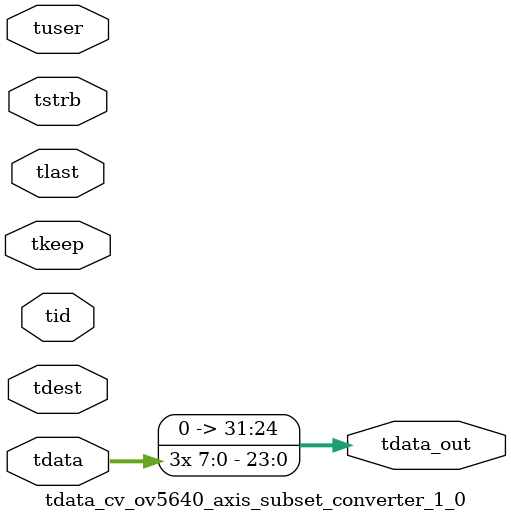
<source format=v>


`timescale 1ps/1ps

module tdata_cv_ov5640_axis_subset_converter_1_0 #
(
parameter C_S_AXIS_TDATA_WIDTH = 32,
parameter C_S_AXIS_TUSER_WIDTH = 0,
parameter C_S_AXIS_TID_WIDTH   = 0,
parameter C_S_AXIS_TDEST_WIDTH = 0,
parameter C_M_AXIS_TDATA_WIDTH = 32
)
(
input  [(C_S_AXIS_TDATA_WIDTH == 0 ? 1 : C_S_AXIS_TDATA_WIDTH)-1:0     ] tdata,
input  [(C_S_AXIS_TUSER_WIDTH == 0 ? 1 : C_S_AXIS_TUSER_WIDTH)-1:0     ] tuser,
input  [(C_S_AXIS_TID_WIDTH   == 0 ? 1 : C_S_AXIS_TID_WIDTH)-1:0       ] tid,
input  [(C_S_AXIS_TDEST_WIDTH == 0 ? 1 : C_S_AXIS_TDEST_WIDTH)-1:0     ] tdest,
input  [(C_S_AXIS_TDATA_WIDTH/8)-1:0 ] tkeep,
input  [(C_S_AXIS_TDATA_WIDTH/8)-1:0 ] tstrb,
input                                                                    tlast,
output [C_M_AXIS_TDATA_WIDTH-1:0] tdata_out
);

assign tdata_out = {tdata[7:0],tdata[7:0],tdata[7:0]};

endmodule


</source>
